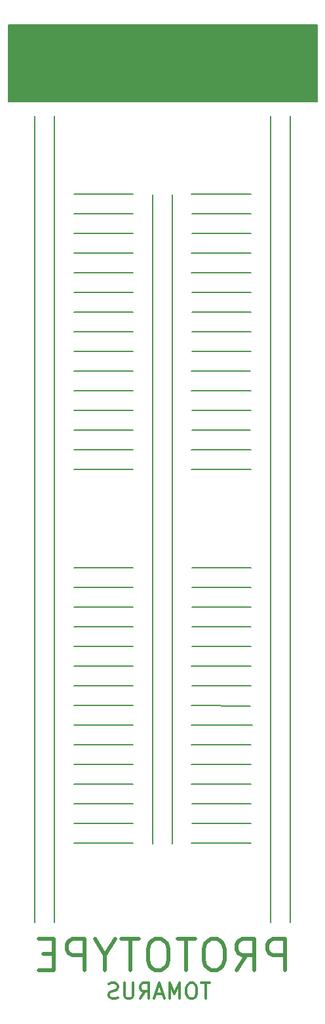
<source format=gbr>
G04 #@! TF.GenerationSoftware,KiCad,Pcbnew,5.0.2+dfsg1-1~bpo9+1*
G04 #@! TF.CreationDate,2019-11-20T21:54:30+01:00*
G04 #@! TF.ProjectId,eurobb,6575726f-6262-42e6-9b69-6361645f7063,rev?*
G04 #@! TF.SameCoordinates,Original*
G04 #@! TF.FileFunction,Legend,Bot*
G04 #@! TF.FilePolarity,Positive*
%FSLAX46Y46*%
G04 Gerber Fmt 4.6, Leading zero omitted, Abs format (unit mm)*
G04 Created by KiCad (PCBNEW 5.0.2+dfsg1-1~bpo9+1) date Wed 20 Nov 2019 09:54:30 PM CET*
%MOMM*%
%LPD*%
G01*
G04 APERTURE LIST*
%ADD10C,0.300000*%
%ADD11C,0.150000*%
%ADD12C,0.200000*%
%ADD13C,0.500000*%
G04 APERTURE END LIST*
D10*
X92217047Y-162226761D02*
X91074190Y-162226761D01*
X91645619Y-164226761D02*
X91645619Y-162226761D01*
X90026571Y-162226761D02*
X89645619Y-162226761D01*
X89455142Y-162322000D01*
X89264666Y-162512476D01*
X89169428Y-162893428D01*
X89169428Y-163560095D01*
X89264666Y-163941047D01*
X89455142Y-164131523D01*
X89645619Y-164226761D01*
X90026571Y-164226761D01*
X90217047Y-164131523D01*
X90407523Y-163941047D01*
X90502761Y-163560095D01*
X90502761Y-162893428D01*
X90407523Y-162512476D01*
X90217047Y-162322000D01*
X90026571Y-162226761D01*
X88312285Y-164226761D02*
X88312285Y-162226761D01*
X87645619Y-163655333D01*
X86978952Y-162226761D01*
X86978952Y-164226761D01*
X86121809Y-163655333D02*
X85169428Y-163655333D01*
X86312285Y-164226761D02*
X85645619Y-162226761D01*
X84978952Y-164226761D01*
X83169428Y-164226761D02*
X83836095Y-163274380D01*
X84312285Y-164226761D02*
X84312285Y-162226761D01*
X83550380Y-162226761D01*
X83359904Y-162322000D01*
X83264666Y-162417238D01*
X83169428Y-162607714D01*
X83169428Y-162893428D01*
X83264666Y-163083904D01*
X83359904Y-163179142D01*
X83550380Y-163274380D01*
X84312285Y-163274380D01*
X82312285Y-162226761D02*
X82312285Y-163845809D01*
X82217047Y-164036285D01*
X82121809Y-164131523D01*
X81931333Y-164226761D01*
X81550380Y-164226761D01*
X81359904Y-164131523D01*
X81264666Y-164036285D01*
X81169428Y-163845809D01*
X81169428Y-162226761D01*
X80312285Y-164131523D02*
X80026571Y-164226761D01*
X79550380Y-164226761D01*
X79359904Y-164131523D01*
X79264666Y-164036285D01*
X79169428Y-163845809D01*
X79169428Y-163655333D01*
X79264666Y-163464857D01*
X79359904Y-163369619D01*
X79550380Y-163274380D01*
X79931333Y-163179142D01*
X80121809Y-163083904D01*
X80217047Y-162988666D01*
X80312285Y-162798190D01*
X80312285Y-162607714D01*
X80217047Y-162417238D01*
X80121809Y-162322000D01*
X79931333Y-162226761D01*
X79455142Y-162226761D01*
X79169428Y-162322000D01*
D11*
G36*
X66167000Y-38481000D02*
X106045000Y-38481000D01*
X106045000Y-48387000D01*
X66167000Y-48387000D01*
X66167000Y-38481000D01*
G37*
X66167000Y-38481000D02*
X106045000Y-38481000D01*
X106045000Y-48387000D01*
X66167000Y-48387000D01*
X66167000Y-38481000D01*
D12*
X89916000Y-139065000D02*
X97536000Y-139065000D01*
X74676000Y-144145000D02*
X82296000Y-144145000D01*
X82296000Y-141605000D02*
X74676000Y-141605000D01*
X82296000Y-139065000D02*
X74676000Y-139065000D01*
X74676000Y-136525000D02*
X82296000Y-136525000D01*
X82296000Y-133985000D02*
X74676000Y-133985000D01*
X74676000Y-131445000D02*
X82296000Y-131445000D01*
X82296000Y-128905000D02*
X74676000Y-128905000D01*
X74676000Y-126365000D02*
X82296000Y-126365000D01*
X82296000Y-123825000D02*
X74676000Y-123825000D01*
X74676000Y-121285000D02*
X82296000Y-121285000D01*
X82296000Y-118745000D02*
X74676000Y-118745000D01*
X74676000Y-116205000D02*
X82296000Y-116205000D01*
X82296000Y-113665000D02*
X74676000Y-113665000D01*
X74676000Y-111125000D02*
X82296000Y-111125000D01*
X82296000Y-108585000D02*
X74676000Y-108585000D01*
X82296000Y-95885000D02*
X74676000Y-95885000D01*
X74676000Y-93345000D02*
X82296000Y-93345000D01*
X82296000Y-90805000D02*
X74676000Y-90805000D01*
X74676000Y-88265000D02*
X82296000Y-88265000D01*
X82296000Y-85725000D02*
X74676000Y-85725000D01*
X74676000Y-83185000D02*
X82296000Y-83185000D01*
X82296000Y-80645000D02*
X74676000Y-80645000D01*
X74676000Y-78105000D02*
X82296000Y-78105000D01*
X82296000Y-75565000D02*
X74676000Y-75565000D01*
X74676000Y-73025000D02*
X82296000Y-73025000D01*
X82296000Y-70485000D02*
X74676000Y-70485000D01*
X74676000Y-67945000D02*
X82296000Y-67945000D01*
X82296000Y-65405000D02*
X74676000Y-65405000D01*
X74676000Y-62865000D02*
X82296000Y-62865000D01*
X82296000Y-60325000D02*
X74676000Y-60325000D01*
X97536000Y-60325000D02*
X89789000Y-60325000D01*
X89916000Y-62865000D02*
X97536000Y-62865000D01*
X97536000Y-65405000D02*
X89916000Y-65405000D01*
X97536000Y-67945000D02*
X89789000Y-67945000D01*
X97536000Y-70485000D02*
X89789000Y-70485000D01*
X89916000Y-73025000D02*
X97536000Y-73025000D01*
X97536000Y-75565000D02*
X89916000Y-75565000D01*
X89916000Y-78105000D02*
X97536000Y-78105000D01*
X97536000Y-80645000D02*
X89916000Y-80645000D01*
X89789000Y-83185000D02*
X97409000Y-83185000D01*
X97536000Y-85725000D02*
X89789000Y-85725000D01*
X89916000Y-88265000D02*
X97536000Y-88265000D01*
X97409000Y-90805000D02*
X89916000Y-90805000D01*
X89789000Y-93345000D02*
X97536000Y-93345000D01*
X97536000Y-95885000D02*
X89789000Y-95885000D01*
X89916000Y-108585000D02*
X97536000Y-108585000D01*
X97536000Y-111125000D02*
X89916000Y-111125000D01*
X89916000Y-113665000D02*
X97536000Y-113665000D01*
X97536000Y-116205000D02*
X89916000Y-116205000D01*
X89916000Y-118745000D02*
X97536000Y-118745000D01*
X97536000Y-121285000D02*
X89789000Y-121285000D01*
X89916000Y-123825000D02*
X97536000Y-123825000D01*
X97409000Y-126492000D02*
X89789000Y-126365000D01*
X89789000Y-128905000D02*
X97663000Y-128905000D01*
X97536000Y-131445000D02*
X89789000Y-131445000D01*
X89789000Y-133985000D02*
X97536000Y-133985000D01*
X97536000Y-136525000D02*
X89789000Y-136525000D01*
X97536000Y-141605000D02*
X89916000Y-141605000D01*
X89789000Y-144145000D02*
X97536000Y-144145000D01*
X84836000Y-60452000D02*
X84836000Y-144272000D01*
X87376000Y-144272000D02*
X87376000Y-60452000D01*
X102616000Y-50292000D02*
X102616000Y-154432000D01*
X100076000Y-154432000D02*
X100076000Y-50292000D01*
X72136000Y-50292000D02*
X72136000Y-154432000D01*
X69596000Y-154432000D02*
X69596000Y-50292000D01*
D13*
X101915523Y-160559523D02*
X101915523Y-156559523D01*
X100391714Y-156559523D01*
X100010761Y-156750000D01*
X99820285Y-156940476D01*
X99629809Y-157321428D01*
X99629809Y-157892857D01*
X99820285Y-158273809D01*
X100010761Y-158464285D01*
X100391714Y-158654761D01*
X101915523Y-158654761D01*
X95629809Y-160559523D02*
X96963142Y-158654761D01*
X97915523Y-160559523D02*
X97915523Y-156559523D01*
X96391714Y-156559523D01*
X96010761Y-156750000D01*
X95820285Y-156940476D01*
X95629809Y-157321428D01*
X95629809Y-157892857D01*
X95820285Y-158273809D01*
X96010761Y-158464285D01*
X96391714Y-158654761D01*
X97915523Y-158654761D01*
X93153619Y-156559523D02*
X92391714Y-156559523D01*
X92010761Y-156750000D01*
X91629809Y-157130952D01*
X91439333Y-157892857D01*
X91439333Y-159226190D01*
X91629809Y-159988095D01*
X92010761Y-160369047D01*
X92391714Y-160559523D01*
X93153619Y-160559523D01*
X93534571Y-160369047D01*
X93915523Y-159988095D01*
X94106000Y-159226190D01*
X94106000Y-157892857D01*
X93915523Y-157130952D01*
X93534571Y-156750000D01*
X93153619Y-156559523D01*
X90296476Y-156559523D02*
X88010761Y-156559523D01*
X89153619Y-160559523D02*
X89153619Y-156559523D01*
X85915523Y-156559523D02*
X85153619Y-156559523D01*
X84772666Y-156750000D01*
X84391714Y-157130952D01*
X84201238Y-157892857D01*
X84201238Y-159226190D01*
X84391714Y-159988095D01*
X84772666Y-160369047D01*
X85153619Y-160559523D01*
X85915523Y-160559523D01*
X86296476Y-160369047D01*
X86677428Y-159988095D01*
X86867904Y-159226190D01*
X86867904Y-157892857D01*
X86677428Y-157130952D01*
X86296476Y-156750000D01*
X85915523Y-156559523D01*
X83058380Y-156559523D02*
X80772666Y-156559523D01*
X81915523Y-160559523D02*
X81915523Y-156559523D01*
X78677428Y-158654761D02*
X78677428Y-160559523D01*
X80010761Y-156559523D02*
X78677428Y-158654761D01*
X77344095Y-156559523D01*
X76010761Y-160559523D02*
X76010761Y-156559523D01*
X74486952Y-156559523D01*
X74106000Y-156750000D01*
X73915523Y-156940476D01*
X73725047Y-157321428D01*
X73725047Y-157892857D01*
X73915523Y-158273809D01*
X74106000Y-158464285D01*
X74486952Y-158654761D01*
X76010761Y-158654761D01*
X72010761Y-158464285D02*
X70677428Y-158464285D01*
X70106000Y-160559523D02*
X72010761Y-160559523D01*
X72010761Y-156559523D01*
X70106000Y-156559523D01*
M02*

</source>
